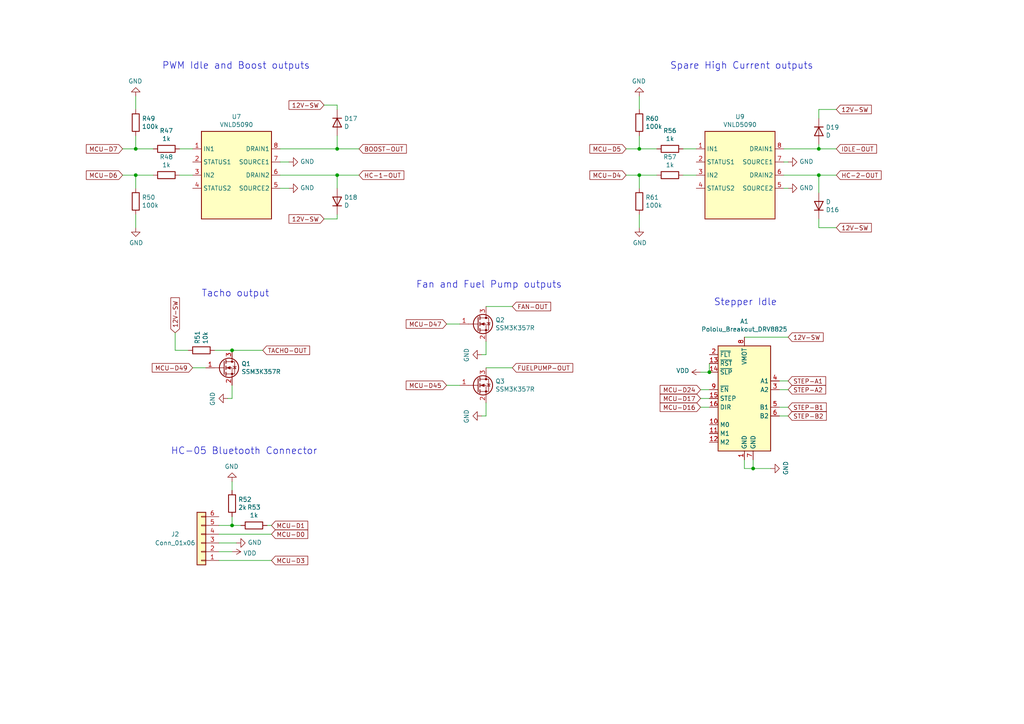
<source format=kicad_sch>
(kicad_sch (version 20210621) (generator eeschema)
  (paper "A4")
  (lib_symbols
    (symbol "Connector_Generic:Conn_01x06" (pin_names (offset 1.016) hide)
      (property "Reference" "J" (at 0 7.62 0))
      (property "Value" "Conn_01x06" (at 0 -10.16 0))
      (symbol "Conn_01x06_1_1"
        (rectangle (start -1.27 -7.493) (end 0 -7.747) (stroke (width 0.1524)))
        (rectangle (start -1.27 -4.953) (end 0 -5.207) (stroke (width 0.1524)))
        (rectangle (start -1.27 -2.413) (end 0 -2.667) (stroke (width 0.1524)))
        (rectangle (start -1.27 0.127) (end 0 -0.127) (stroke (width 0.1524)))
        (rectangle (start -1.27 2.667) (end 0 2.413) (stroke (width 0.1524)))
        (rectangle (start -1.27 5.207) (end 0 4.953) (stroke (width 0.1524)))
        (rectangle (start -1.27 6.35) (end 1.27 -8.89) (stroke (width 0.254)) (fill (type background)))
        (pin passive line (at -5.08 5.08 0) (length 3.81) (name "Pin_1") (number "1"))
        (pin passive line (at -5.08 2.54 0) (length 3.81) (name "Pin_2") (number "2"))
        (pin passive line (at -5.08 0 0) (length 3.81) (name "Pin_3") (number "3"))
        (pin passive line (at -5.08 -2.54 0) (length 3.81) (name "Pin_4") (number "4"))
        (pin passive line (at -5.08 -5.08 0) (length 3.81) (name "Pin_5") (number "5"))
        (pin passive line (at -5.08 -7.62 0) (length 3.81) (name "Pin_6") (number "6"))
      )
    )
    (symbol "Device:D" (pin_numbers hide) (pin_names (offset 1.016) hide)
      (property "Reference" "D" (at 0 2.54 0))
      (property "Value" "D" (at 0 -2.54 0))
      (symbol "D_0_1"
        (polyline (pts (xy -1.27 1.27) (xy -1.27 -1.27)) (stroke (width 0.254)))
        (polyline (pts (xy 1.27 0) (xy -1.27 0)))
        (polyline (pts (xy 1.27 1.27) (xy 1.27 -1.27) (xy -1.27 0) (xy 1.27 1.27)) (stroke (width 0.254)))
      )
      (symbol "D_1_1"
        (pin passive line (at -3.81 0 0) (length 2.54) (name "K") (number "1"))
        (pin passive line (at 3.81 0 180) (length 2.54) (name "A") (number "2"))
      )
    )
    (symbol "Device:R" (pin_numbers hide) (pin_names (offset 0))
      (property "Reference" "R" (at 2.032 0 90))
      (property "Value" "R" (at 0 0 90))
      (symbol "R_0_1"
        (rectangle (start -1.016 -2.54) (end 1.016 2.54) (stroke (width 0.254)))
      )
      (symbol "R_1_1"
        (pin passive line (at 0 3.81 270) (length 1.27) (name "~") (number "1"))
        (pin passive line (at 0 -3.81 90) (length 1.27) (name "~") (number "2"))
      )
    )
    (symbol "Driver_Motor:Pololu_Breakout_DRV8825"
      (property "Reference" "A" (at -2.54 16.51 0))
      (property "Value" "Pololu_Breakout_DRV8825" (at -2.54 13.97 0))
      (symbol "Pololu_Breakout_DRV8825_0_1"
        (rectangle (start 7.62 -17.78) (end -7.62 12.7) (stroke (width 0.254)) (fill (type background)))
      )
      (symbol "Pololu_Breakout_DRV8825_1_1"
        (pin power_in line (at 0 -20.32 90) (length 2.54) (name "GND") (number "1"))
        (pin input line (at -10.16 -10.16 0) (length 2.54) (name "M0") (number "10"))
        (pin input line (at -10.16 -12.7 0) (length 2.54) (name "M1") (number "11"))
        (pin input line (at -10.16 -15.24 0) (length 2.54) (name "M2") (number "12"))
        (pin input line (at -10.16 7.62 0) (length 2.54) (name "~{RST}") (number "13"))
        (pin input line (at -10.16 5.08 0) (length 2.54) (name "~{SLP}") (number "14"))
        (pin input line (at -10.16 -2.54 0) (length 2.54) (name "STEP") (number "15"))
        (pin input line (at -10.16 -5.08 0) (length 2.54) (name "DIR") (number "16"))
        (pin output line (at -10.16 10.16 0) (length 2.54) (name "~{FLT}") (number "2"))
        (pin output line (at 10.16 0 180) (length 2.54) (name "A2") (number "3"))
        (pin output line (at 10.16 2.54 180) (length 2.54) (name "A1") (number "4"))
        (pin output line (at 10.16 -5.08 180) (length 2.54) (name "B1") (number "5"))
        (pin output line (at 10.16 -7.62 180) (length 2.54) (name "B2") (number "6"))
        (pin power_in line (at 2.54 -20.32 90) (length 2.54) (name "GND") (number "7"))
        (pin power_in line (at 0 15.24 270) (length 2.54) (name "VMOT") (number "8"))
        (pin input line (at -10.16 0 0) (length 2.54) (name "~{EN}") (number "9"))
      )
    )
    (symbol "IC_Automotive:VNLD5090"
      (property "Reference" "U" (at -7.62 11.43 0))
      (property "Value" "IC_Automotive_VNLD5090" (at 12.7 11.43 0))
      (symbol "VNLD5090_0_1"
        (rectangle (start -7.62 -15.24) (end 12.7 10.16) (stroke (width 0.254)) (fill (type background)))
      )
      (symbol "VNLD5090_1_1"
        (pin input line (at -10.16 5.08 0) (length 2.54) (name "IN1") (number "1"))
        (pin output line (at -10.16 1.27 0) (length 2.54) (name "STATUS1") (number "2"))
        (pin input line (at -10.16 -2.54 0) (length 2.54) (name "IN2") (number "3"))
        (pin output line (at -10.16 -6.35 0) (length 2.54) (name "STATUS2") (number "4"))
        (pin input line (at 15.24 -6.35 180) (length 2.54) (name "SOURCE2") (number "5"))
        (pin output line (at 15.24 -2.54 180) (length 2.54) (name "DRAIN2") (number "6"))
        (pin input line (at 15.24 1.27 180) (length 2.54) (name "SOURCE1") (number "7"))
        (pin output line (at 15.24 5.08 180) (length 2.54) (name "DRAIN1") (number "8"))
      )
    )
    (symbol "Transistor_FET:2N7002" (pin_names hide)
      (property "Reference" "Q" (at 5.08 1.905 0))
      (property "Value" "2N7002" (at 5.08 0 0))
      (symbol "2N7002_0_1"
        (polyline (pts (xy 0.254 0) (xy -2.54 0)))
        (polyline (pts (xy 0.254 1.905) (xy 0.254 -1.905)) (stroke (width 0.254)))
        (polyline (pts (xy 0.762 -1.27) (xy 0.762 -2.286)) (stroke (width 0.254)))
        (polyline (pts (xy 0.762 0.508) (xy 0.762 -0.508)) (stroke (width 0.254)))
        (polyline (pts (xy 0.762 2.286) (xy 0.762 1.27)) (stroke (width 0.254)))
        (polyline (pts (xy 2.54 2.54) (xy 2.54 1.778)))
        (polyline (pts (xy 2.54 -2.54) (xy 2.54 0) (xy 0.762 0)))
        (polyline (pts (xy 0.762 -1.778) (xy 3.302 -1.778) (xy 3.302 1.778) (xy 0.762 1.778)))
        (polyline (pts (xy 1.016 0) (xy 2.032 0.381) (xy 2.032 -0.381) (xy 1.016 0)) (fill (type outline)))
        (polyline (pts (xy 2.794 0.508) (xy 2.921 0.381) (xy 3.683 0.381) (xy 3.81 0.254)))
        (polyline (pts (xy 3.302 0.381) (xy 2.921 -0.254) (xy 3.683 -0.254) (xy 3.302 0.381)))
        (circle (center 1.651 0) (radius 2.794) (stroke (width 0.254)))
        (circle (center 2.54 -1.778) (radius 0.254) (fill (type outline)))
        (circle (center 2.54 1.778) (radius 0.254) (fill (type outline)))
      )
      (symbol "2N7002_1_1"
        (pin input line (at -5.08 0 0) (length 2.54) (name "G") (number "1"))
        (pin passive line (at 2.54 -5.08 90) (length 2.54) (name "S") (number "2"))
        (pin passive line (at 2.54 5.08 270) (length 2.54) (name "D") (number "3"))
      )
    )
    (symbol "power:GND" (power) (pin_names (offset 0))
      (property "Value" "GND" (at 0 -3.81 0))
      (symbol "GND_0_1"
        (polyline (pts (xy 0 0) (xy 0 -1.27) (xy 1.27 -1.27) (xy 0 -2.54) (xy -1.27 -1.27) (xy 0 -1.27)))
      )
      (symbol "GND_1_1"
        (pin power_in line (at 0 0 270) (length 0) hide (name "GND") (number "1"))
      )
    )
    (symbol "power:VDD" (power) (pin_names (offset 0))
      (property "Value" "VDD" (at 0 3.81 0))
      (symbol "VDD_0_1"
        (polyline (pts (xy -0.762 1.27) (xy 0 2.54)))
        (polyline (pts (xy 0 0) (xy 0 2.54)))
        (polyline (pts (xy 0 2.54) (xy 0.762 1.27)))
      )
      (symbol "VDD_1_1"
        (pin power_in line (at 0 0 90) (length 0) hide (name "VDD") (number "1"))
      )
    )
  )
  (junction (at 218.44 135.89))
  (junction (at 237.49 43.18))
  (junction (at 185.42 50.8))
  (junction (at 97.79 43.18))
  (junction (at 67.31 152.4))
  (junction (at 67.31 101.6))
  (junction (at 39.37 50.8))
  (junction (at 39.37 43.18))
  (junction (at 97.79 50.8))
  (junction (at 237.49 50.8))
  (junction (at 185.42 43.18))
  (junction (at 205.74 107.95))
  (wire (pts (xy 97.79 43.18) (xy 81.28 43.18)))
  (wire (pts (xy 185.42 62.23) (xy 185.42 66.04)))
  (wire (pts (xy 237.49 50.8) (xy 237.49 55.88)))
  (wire (pts (xy 67.31 139.7) (xy 67.31 142.24)))
  (wire (pts (xy 237.49 50.8) (xy 242.57 50.8)))
  (wire (pts (xy 228.6 113.03) (xy 226.06 113.03)))
  (wire (pts (xy 77.47 152.4) (xy 78.74 152.4)))
  (wire (pts (xy 181.61 43.18) (xy 185.42 43.18)))
  (wire (pts (xy 93.98 30.48) (xy 97.79 30.48)))
  (wire (pts (xy 227.33 43.18) (xy 237.49 43.18)))
  (wire (pts (xy 50.8 101.6) (xy 54.61 101.6)))
  (wire (pts (xy 63.5 162.56) (xy 78.74 162.56)))
  (wire (pts (xy 140.97 120.65) (xy 139.7 120.65)))
  (wire (pts (xy 181.61 50.8) (xy 185.42 50.8)))
  (wire (pts (xy 185.42 31.75) (xy 185.42 27.94)))
  (wire (pts (xy 104.14 43.18) (xy 97.79 43.18)))
  (wire (pts (xy 218.44 133.35) (xy 218.44 135.89)))
  (wire (pts (xy 81.28 46.99) (xy 83.82 46.99)))
  (wire (pts (xy 67.31 152.4) (xy 69.85 152.4)))
  (wire (pts (xy 55.88 106.68) (xy 59.69 106.68)))
  (wire (pts (xy 67.31 149.86) (xy 67.31 152.4)))
  (wire (pts (xy 97.79 39.37) (xy 97.79 43.18)))
  (wire (pts (xy 203.2 118.11) (xy 205.74 118.11)))
  (wire (pts (xy 39.37 62.23) (xy 39.37 66.04)))
  (wire (pts (xy 83.82 54.61) (xy 81.28 54.61)))
  (wire (pts (xy 237.49 66.04) (xy 242.57 66.04)))
  (wire (pts (xy 68.58 157.48) (xy 63.5 157.48)))
  (wire (pts (xy 97.79 50.8) (xy 97.79 54.61)))
  (wire (pts (xy 215.9 135.89) (xy 215.9 133.35)))
  (wire (pts (xy 97.79 50.8) (xy 104.14 50.8)))
  (wire (pts (xy 237.49 41.91) (xy 237.49 43.18)))
  (wire (pts (xy 62.23 101.6) (xy 67.31 101.6)))
  (wire (pts (xy 226.06 110.49) (xy 228.6 110.49)))
  (wire (pts (xy 67.31 111.76) (xy 67.31 115.57)))
  (wire (pts (xy 228.6 54.61) (xy 227.33 54.61)))
  (wire (pts (xy 203.2 113.03) (xy 205.74 113.03)))
  (wire (pts (xy 97.79 62.23) (xy 97.79 63.5)))
  (wire (pts (xy 35.56 43.18) (xy 39.37 43.18)))
  (wire (pts (xy 67.31 115.57) (xy 66.04 115.57)))
  (wire (pts (xy 50.8 96.52) (xy 50.8 101.6)))
  (wire (pts (xy 185.42 54.61) (xy 185.42 50.8)))
  (wire (pts (xy 198.12 43.18) (xy 201.93 43.18)))
  (wire (pts (xy 237.49 43.18) (xy 242.57 43.18)))
  (wire (pts (xy 237.49 31.75) (xy 237.49 34.29)))
  (wire (pts (xy 198.12 50.8) (xy 201.93 50.8)))
  (wire (pts (xy 140.97 88.9) (xy 148.59 88.9)))
  (wire (pts (xy 227.33 50.8) (xy 237.49 50.8)))
  (wire (pts (xy 129.54 111.76) (xy 133.35 111.76)))
  (wire (pts (xy 39.37 50.8) (xy 44.45 50.8)))
  (wire (pts (xy 237.49 31.75) (xy 242.57 31.75)))
  (wire (pts (xy 78.74 154.94) (xy 63.5 154.94)))
  (wire (pts (xy 237.49 66.04) (xy 237.49 63.5)))
  (wire (pts (xy 67.31 101.6) (xy 76.2 101.6)))
  (wire (pts (xy 97.79 30.48) (xy 97.79 31.75)))
  (wire (pts (xy 52.07 43.18) (xy 55.88 43.18)))
  (wire (pts (xy 39.37 39.37) (xy 39.37 43.18)))
  (wire (pts (xy 190.5 43.18) (xy 185.42 43.18)))
  (wire (pts (xy 97.79 63.5) (xy 93.98 63.5)))
  (wire (pts (xy 39.37 54.61) (xy 39.37 50.8)))
  (wire (pts (xy 205.74 107.95) (xy 205.74 105.41)))
  (wire (pts (xy 215.9 97.79) (xy 228.6 97.79)))
  (wire (pts (xy 35.56 50.8) (xy 39.37 50.8)))
  (wire (pts (xy 205.74 115.57) (xy 203.2 115.57)))
  (wire (pts (xy 185.42 50.8) (xy 190.5 50.8)))
  (wire (pts (xy 129.54 93.98) (xy 133.35 93.98)))
  (wire (pts (xy 44.45 43.18) (xy 39.37 43.18)))
  (wire (pts (xy 223.52 135.89) (xy 218.44 135.89)))
  (wire (pts (xy 52.07 50.8) (xy 55.88 50.8)))
  (wire (pts (xy 140.97 102.87) (xy 139.7 102.87)))
  (wire (pts (xy 81.28 50.8) (xy 97.79 50.8)))
  (wire (pts (xy 140.97 106.68) (xy 148.59 106.68)))
  (wire (pts (xy 39.37 31.75) (xy 39.37 27.94)))
  (wire (pts (xy 203.2 107.95) (xy 205.74 107.95)))
  (wire (pts (xy 140.97 99.06) (xy 140.97 102.87)))
  (wire (pts (xy 185.42 39.37) (xy 185.42 43.18)))
  (wire (pts (xy 227.33 46.99) (xy 228.6 46.99)))
  (wire (pts (xy 140.97 116.84) (xy 140.97 120.65)))
  (wire (pts (xy 228.6 120.65) (xy 226.06 120.65)))
  (wire (pts (xy 226.06 118.11) (xy 228.6 118.11)))
  (wire (pts (xy 218.44 135.89) (xy 215.9 135.89)))
  (wire (pts (xy 67.31 160.02) (xy 63.5 160.02)))
  (wire (pts (xy 63.5 152.4) (xy 67.31 152.4)))
  (text "Tacho output" (at 58.42 86.36 0) (effects (font (size 1.9812 1.9812)) (justify left bottom)))
  (text "Stepper Idle" (at 207.01 88.9 0) (effects (font (size 1.9812 1.9812)) (justify left bottom)))
  (text "PWM Idle and Boost outputs" (at 46.99 20.32 0) (effects (font (size 1.9812 1.9812)) (justify left bottom)))
  (text "Spare High Current outputs" (at 194.31 20.32 0) (effects (font (size 1.9812 1.9812)) (justify left bottom)))
  (text "Fan and Fuel Pump outputs" (at 120.65 83.82 0) (effects (font (size 1.9812 1.9812)) (justify left bottom)))
  (text "HC-05 Bluetooth Connector" (at 49.53 132.08 0) (effects (font (size 1.9812 1.9812)) (justify left bottom)))
  (global_label "MCU-D49" (shape input) (at 55.88 106.68 180) (property "Intersheet References" "${INTERSHEET_REFS}" (effects hide)))
  (global_label "STEP-A2" (shape input) (at 228.6 113.03 0) (property "Intersheet References" "${INTERSHEET_REFS}" (effects hide)))
  (global_label "12V-SW" (shape input) (at 242.57 66.04 0) (property "Intersheet References" "${INTERSHEET_REFS}" (effects hide)))
  (global_label "FUELPUMP-OUT" (shape input) (at 148.59 106.68 0) (property "Intersheet References" "${INTERSHEET_REFS}" (effects hide)))
  (global_label "MCU-D47" (shape input) (at 129.54 93.98 180) (property "Intersheet References" "${INTERSHEET_REFS}" (effects hide)))
  (global_label "FAN-OUT" (shape input) (at 148.59 88.9 0) (property "Intersheet References" "${INTERSHEET_REFS}" (effects hide)))
  (global_label "12V-SW" (shape input) (at 50.8 96.52 90) (property "Intersheet References" "${INTERSHEET_REFS}" (effects hide)))
  (global_label "BOOST-OUT" (shape input) (at 104.14 43.18 0) (property "Intersheet References" "${INTERSHEET_REFS}" (effects hide)))
  (global_label "12V-SW" (shape input) (at 242.57 31.75 0) (property "Intersheet References" "${INTERSHEET_REFS}" (effects hide)))
  (global_label "MCU-D4" (shape input) (at 181.61 50.8 180) (property "Intersheet References" "${INTERSHEET_REFS}" (effects hide)))
  (global_label "HC-2-OUT" (shape input) (at 242.57 50.8 0) (property "Intersheet References" "${INTERSHEET_REFS}" (effects hide)))
  (global_label "12V-SW" (shape input) (at 228.6 97.79 0) (property "Intersheet References" "${INTERSHEET_REFS}" (effects hide)))
  (global_label "MCU-D17" (shape input) (at 203.2 115.57 180) (property "Intersheet References" "${INTERSHEET_REFS}" (effects hide)))
  (global_label "12V-SW" (shape input) (at 93.98 63.5 180) (property "Intersheet References" "${INTERSHEET_REFS}" (effects hide)))
  (global_label "MCU-D7" (shape input) (at 35.56 43.18 180) (property "Intersheet References" "${INTERSHEET_REFS}" (effects hide)))
  (global_label "MCU-D16" (shape input) (at 203.2 118.11 180) (property "Intersheet References" "${INTERSHEET_REFS}" (effects hide)))
  (global_label "HC-1-OUT" (shape input) (at 104.14 50.8 0) (property "Intersheet References" "${INTERSHEET_REFS}" (effects hide)))
  (global_label "MCU-D45" (shape input) (at 129.54 111.76 180) (property "Intersheet References" "${INTERSHEET_REFS}" (effects hide)))
  (global_label "12V-SW" (shape input) (at 93.98 30.48 180) (property "Intersheet References" "${INTERSHEET_REFS}" (effects hide)))
  (global_label "IDLE-OUT" (shape input) (at 242.57 43.18 0) (property "Intersheet References" "${INTERSHEET_REFS}" (effects hide)))
  (global_label "STEP-B1" (shape input) (at 228.6 118.11 0) (property "Intersheet References" "${INTERSHEET_REFS}" (effects hide)))
  (global_label "MCU-D24" (shape input) (at 203.2 113.03 180) (property "Intersheet References" "${INTERSHEET_REFS}" (effects hide)))
  (global_label "STEP-B2" (shape input) (at 228.6 120.65 0) (property "Intersheet References" "${INTERSHEET_REFS}" (effects hide)))
  (global_label "MCU-D6" (shape input) (at 35.56 50.8 180) (property "Intersheet References" "${INTERSHEET_REFS}" (effects hide)))
  (global_label "MCU-D0" (shape input) (at 78.74 154.94 0) (property "Intersheet References" "${INTERSHEET_REFS}" (effects hide)))
  (global_label "MCU-D1" (shape input) (at 78.74 152.4 0) (property "Intersheet References" "${INTERSHEET_REFS}" (effects hide)))
  (global_label "MCU-D3" (shape input) (at 78.74 162.56 0) (property "Intersheet References" "${INTERSHEET_REFS}" (effects hide)))
  (global_label "TACHO-OUT" (shape input) (at 76.2 101.6 0) (property "Intersheet References" "${INTERSHEET_REFS}" (effects hide)))
  (global_label "STEP-A1" (shape input) (at 228.6 110.49 0) (property "Intersheet References" "${INTERSHEET_REFS}" (effects hide)))
  (global_label "MCU-D5" (shape input) (at 181.61 43.18 180) (property "Intersheet References" "${INTERSHEET_REFS}" (effects hide)))
  (symbol (lib_id "Device:D") (at 237.49 38.1 270) (unit 1)
    (property "Reference" "D19" (at 239.4966 36.9316 90) (effects (justify left)))
    (property "Value" "D" (at 239.4966 39.243 90) (effects (justify left)))
    (property "Footprint" "Diode_SMD:D_SOD-323" (effects hide))
    (property "Digikey Part Number" "1N4448WXTPMSCT-ND" (effects hide))
    (property "Manufacturer_Name" "MCC" (effects hide))
    (property "Manufacturer_Part_Number" "1N4448WX-TP" (effects hide))
    (property "URL" "https://www.digikey.com/product-detail/en/micro-commercial-co/1N4448WX-TP/1N4448WXTPMSCT-ND/789338" (effects hide))
  )
  (symbol (lib_id "IC_Automotive:VNLD5090") (at 66.04 48.26 0) (unit 1)
    (property "Reference" "U7" (at 68.58 33.8582 0))
    (property "Value" "VNLD5090" (at 68.58 36.1696 0))
    (property "Footprint" "Package_SO:SOIC-8_3.9x4.9mm_P1.27mm" (effects hide))
    (property "Datasheet" "https://www.st.com/resource/en/datasheet/vnld5090-e.pdf" (effects hide))
    (property "Manufacturer_Name" "STMicro" (effects hide))
    (property "Manufacturer_Part_Number" "VNLD5090-E" (effects hide))
    (property "URL" "https://www.digikey.com.au/products/en?keywords=VNLD5090-E" (effects hide))
    (property "Digikey Part Number" "497-18682-ND" (effects hide))
  )
  (symbol (lib_id "Device:R") (at 48.26 43.18 270) (unit 1)
    (property "Reference" "R47" (at 48.26 37.9222 90))
    (property "Value" "1k" (at 48.26 40.2336 90))
    (property "Footprint" "Resistor_SMD:R_0805_2012Metric" (effects hide))
    (property "Digikey Part Number" "311-1.00KCRCT-ND" (effects hide))
    (property "Manufacturer_Name" "Yageo" (effects hide))
    (property "Manufacturer_Part_Number" "RC0805FR-071KL" (effects hide))
    (property "URL" "https://www.digikey.com/product-detail/en/yageo/RC0805FR-071KL/311-1.00KCRCT-ND/730391" (effects hide))
  )
  (symbol (lib_id "Device:R") (at 48.26 50.8 270) (unit 1)
    (property "Reference" "R48" (at 48.26 45.5422 90))
    (property "Value" "1k" (at 48.26 47.8536 90))
    (property "Footprint" "Resistor_SMD:R_0805_2012Metric" (effects hide))
    (property "Digikey Part Number" "311-1.00KCRCT-ND" (effects hide))
    (property "Manufacturer_Name" "Yageo" (effects hide))
    (property "Manufacturer_Part_Number" "RC0805FR-071KL" (effects hide))
    (property "URL" "https://www.digikey.com/product-detail/en/yageo/RC0805FR-071KL/311-1.00KCRCT-ND/730391" (effects hide))
  )
  (symbol (lib_id "Device:R") (at 39.37 58.42 180) (unit 1)
    (property "Reference" "R50" (at 41.148 57.2516 0) (effects (justify right)))
    (property "Value" "100k" (at 41.148 59.563 0) (effects (justify right)))
    (property "Footprint" "Resistor_SMD:R_0805_2012Metric" (effects hide))
    (property "Digikey Part Number" "311-100KCRCT-ND" (effects hide))
    (property "Manufacturer_Name" "Yageo" (effects hide))
    (property "Manufacturer_Part_Number" "RC0805FR-07100KL" (effects hide))
    (property "URL" "https://www.digikey.com/product-detail/en/yageo/RC0805FR-07100KL/311-100KCRCT-ND/730491" (effects hide))
  )
  (symbol (lib_id "Device:R") (at 39.37 35.56 180) (unit 1)
    (property "Reference" "R49" (at 41.148 34.3916 0) (effects (justify right)))
    (property "Value" "100k" (at 41.148 36.703 0) (effects (justify right)))
    (property "Footprint" "Resistor_SMD:R_0805_2012Metric" (effects hide))
    (property "Digikey Part Number" "311-100KCRCT-ND" (effects hide))
    (property "Manufacturer_Name" "Yageo" (effects hide))
    (property "Manufacturer_Part_Number" "RC0805FR-07100KL" (effects hide))
    (property "URL" "https://www.digikey.com/product-detail/en/yageo/RC0805FR-07100KL/311-100KCRCT-ND/730491" (effects hide))
  )
  (symbol (lib_id "power:GND") (at 39.37 27.94 180) (unit 1)
    (property "Reference" "#PWR056" (effects hide))
    (property "Value" "GND" (at 39.243 23.5458 0))
  )
  (symbol (lib_id "power:GND") (at 39.37 66.04 0) (unit 1)
    (property "Reference" "#PWR057" (effects hide))
    (property "Value" "GND" (at 39.497 70.4342 0))
  )
  (symbol (lib_id "power:GND") (at 83.82 46.99 90) (unit 1)
    (property "Reference" "#PWR058" (effects hide))
    (property "Value" "GND" (at 87.0712 46.863 90) (effects (justify right)))
  )
  (symbol (lib_id "power:GND") (at 83.82 54.61 90) (unit 1)
    (property "Reference" "#PWR059" (effects hide))
    (property "Value" "GND" (at 87.0712 54.483 90) (effects (justify right)))
  )
  (symbol (lib_id "IC_Automotive:VNLD5090") (at 212.09 48.26 0) (unit 1)
    (property "Reference" "U9" (at 214.63 33.8582 0))
    (property "Value" "VNLD5090" (at 214.63 36.1696 0))
    (property "Footprint" "Package_SO:SOIC-8_3.9x4.9mm_P1.27mm" (effects hide))
    (property "Datasheet" "https://www.st.com/resource/en/datasheet/vnld5090-e.pdf" (effects hide))
    (property "Manufacturer_Name" "STMicro" (effects hide))
    (property "Manufacturer_Part_Number" "VNLD5090-E" (effects hide))
    (property "URL" "https://www.digikey.com.au/products/en?keywords=VNLD5090-E" (effects hide))
    (property "Digikey Part Number" "497-18682-ND" (effects hide))
  )
  (symbol (lib_id "Device:R") (at 194.31 43.18 270) (unit 1)
    (property "Reference" "R56" (at 194.31 37.9222 90))
    (property "Value" "1k" (at 194.31 40.2336 90))
    (property "Footprint" "Resistor_SMD:R_0805_2012Metric" (effects hide))
    (property "Digikey Part Number" "311-1.00KCRCT-ND" (effects hide))
    (property "Manufacturer_Name" "Yageo" (effects hide))
    (property "Manufacturer_Part_Number" "RC0805FR-071KL" (effects hide))
    (property "URL" "https://www.digikey.com/product-detail/en/yageo/RC0805FR-071KL/311-1.00KCRCT-ND/730391" (effects hide))
  )
  (symbol (lib_id "Device:R") (at 194.31 50.8 270) (unit 1)
    (property "Reference" "R57" (at 194.31 45.5422 90))
    (property "Value" "1k" (at 194.31 47.8536 90))
    (property "Footprint" "Resistor_SMD:R_0805_2012Metric" (effects hide))
    (property "Digikey Part Number" "311-1.00KCRCT-ND" (effects hide))
    (property "Manufacturer_Name" "Yageo" (effects hide))
    (property "Manufacturer_Part_Number" "RC0805FR-071KL" (effects hide))
    (property "URL" "https://www.digikey.com/product-detail/en/yageo/RC0805FR-071KL/311-1.00KCRCT-ND/730391" (effects hide))
  )
  (symbol (lib_id "Device:R") (at 185.42 58.42 180) (unit 1)
    (property "Reference" "R61" (at 187.198 57.2516 0) (effects (justify right)))
    (property "Value" "100k" (at 187.198 59.563 0) (effects (justify right)))
    (property "Footprint" "Resistor_SMD:R_0805_2012Metric" (effects hide))
    (property "Digikey Part Number" "311-100KCRCT-ND" (effects hide))
    (property "Manufacturer_Name" "Yageo" (effects hide))
    (property "Manufacturer_Part_Number" "RC0805FR-07100KL" (effects hide))
    (property "URL" "https://www.digikey.com/product-detail/en/yageo/RC0805FR-07100KL/311-100KCRCT-ND/730491" (effects hide))
  )
  (symbol (lib_id "Device:R") (at 185.42 35.56 180) (unit 1)
    (property "Reference" "R60" (at 187.198 34.3916 0) (effects (justify right)))
    (property "Value" "100k" (at 187.198 36.703 0) (effects (justify right)))
    (property "Footprint" "Resistor_SMD:R_0805_2012Metric" (effects hide))
    (property "Digikey Part Number" "311-100KCRCT-ND" (effects hide))
    (property "Manufacturer_Name" "Yageo" (effects hide))
    (property "Manufacturer_Part_Number" "RC0805FR-07100KL" (effects hide))
    (property "URL" "https://www.digikey.com/product-detail/en/yageo/RC0805FR-07100KL/311-100KCRCT-ND/730491" (effects hide))
  )
  (symbol (lib_id "power:GND") (at 185.42 27.94 180) (unit 1)
    (property "Reference" "#PWR065" (effects hide))
    (property "Value" "GND" (at 185.293 23.5458 0))
  )
  (symbol (lib_id "power:GND") (at 185.42 66.04 0) (unit 1)
    (property "Reference" "#PWR066" (effects hide))
    (property "Value" "GND" (at 185.547 70.4342 0))
  )
  (symbol (lib_id "power:GND") (at 228.6 46.99 90) (unit 1)
    (property "Reference" "#PWR069" (effects hide))
    (property "Value" "GND" (at 231.8512 46.863 90) (effects (justify right)))
  )
  (symbol (lib_id "power:GND") (at 228.6 54.61 90) (unit 1)
    (property "Reference" "#PWR070" (effects hide))
    (property "Value" "GND" (at 231.8512 54.483 90) (effects (justify right)))
  )
  (symbol (lib_id "Device:D") (at 97.79 58.42 90) (unit 1)
    (property "Reference" "D18" (at 99.7966 57.2516 90) (effects (justify right)))
    (property "Value" "D" (at 99.7966 59.563 90) (effects (justify right)))
    (property "Footprint" "Diode_SMD:D_SOD-323" (effects hide))
    (property "Digikey Part Number" "1N4448WXTPMSCT-ND" (effects hide))
    (property "Manufacturer_Name" "MCC" (effects hide))
    (property "Manufacturer_Part_Number" "1N4448WX-TP" (effects hide))
    (property "URL" "https://www.digikey.com/product-detail/en/micro-commercial-co/1N4448WX-TP/1N4448WXTPMSCT-ND/789338" (effects hide))
  )
  (symbol (lib_id "Device:D") (at 97.79 35.56 270) (unit 1)
    (property "Reference" "D17" (at 99.7966 34.3916 90) (effects (justify left)))
    (property "Value" "D" (at 99.7966 36.703 90) (effects (justify left)))
    (property "Footprint" "Diode_SMD:D_SOD-323" (effects hide))
    (property "Digikey Part Number" "1N4448WXTPMSCT-ND" (effects hide))
    (property "Manufacturer_Name" "MCC" (effects hide))
    (property "Manufacturer_Part_Number" "1N4448WX-TP" (effects hide))
    (property "URL" "https://www.digikey.com/product-detail/en/micro-commercial-co/1N4448WX-TP/1N4448WXTPMSCT-ND/789338" (effects hide))
  )
  (symbol (lib_id "Device:R") (at 58.42 101.6 270) (unit 1)
    (property "Reference" "R51" (at 57.2516 99.822 0) (effects (justify right)))
    (property "Value" "10k" (at 59.563 99.822 0) (effects (justify right)))
    (property "Footprint" "Resistor_SMD:R_0805_2012Metric" (effects hide))
    (property "Digikey Part Number" "311-10KARCT-ND" (effects hide))
    (property "Manufacturer_Name" "Yageo" (effects hide))
    (property "Manufacturer_Part_Number" "RC0805JR-0710KL" (effects hide))
    (property "URL" "https://www.digikey.com/product-detail/en/yageo/RC0805JR-0710KL/311-10KARCT-ND/731188" (effects hide))
  )
  (symbol (lib_id "Connector_Generic:Conn_01x06") (at 58.42 157.48 180) (unit 1)
    (property "Reference" "J2" (at 50.8 154.94 0))
    (property "Value" "Conn_01x06" (at 50.8 157.48 0))
    (property "Footprint" "Connector_PinHeader_2.54mm:PinHeader_1x06_P2.54mm_Vertical" (effects hide))
  )
  (symbol (lib_id "power:VDD") (at 67.31 160.02 270) (unit 1)
    (property "Reference" "#PWR061" (effects hide))
    (property "Value" "VDD" (at 70.5612 160.4518 90) (effects (justify left)))
  )
  (symbol (lib_id "power:GND") (at 68.58 157.48 90) (unit 1)
    (property "Reference" "#PWR062" (effects hide))
    (property "Value" "GND" (at 71.8312 157.353 90) (effects (justify right)))
  )
  (symbol (lib_id "Device:R") (at 73.66 152.4 270) (unit 1)
    (property "Reference" "R53" (at 73.66 147.1422 90))
    (property "Value" "1k" (at 73.66 149.4536 90))
    (property "Footprint" "Resistor_SMD:R_0805_2012Metric" (effects hide))
    (property "Digikey Part Number" "311-1.00KCRCT-ND" (effects hide))
    (property "Manufacturer_Name" "Yageo" (effects hide))
    (property "Manufacturer_Part_Number" "RC0805FR-071KL" (effects hide))
    (property "URL" "https://www.digikey.com/product-detail/en/yageo/RC0805FR-071KL/311-1.00KCRCT-ND/730391" (effects hide))
  )
  (symbol (lib_id "Device:R") (at 67.31 146.05 180) (unit 1)
    (property "Reference" "R52" (at 69.088 144.8816 0) (effects (justify right)))
    (property "Value" "2k" (at 69.088 147.193 0) (effects (justify right)))
    (property "Footprint" "Resistor_SMD:R_0805_2012Metric" (effects hide))
    (property "Digikey Part Number" "311-2.00KCRCT-ND" (effects hide))
    (property "Manufacturer_Name" "Yageo" (effects hide))
    (property "Manufacturer_Part_Number" "RC0805FR-072KL" (effects hide))
    (property "URL" "https://www.digikey.com/product-detail/en/yageo/RC0805FR-072KL/311-2.00KCRCT-ND/730611" (effects hide))
  )
  (symbol (lib_id "power:GND") (at 67.31 139.7 180) (unit 1)
    (property "Reference" "#PWR060" (effects hide))
    (property "Value" "GND" (at 67.183 135.3058 0))
  )
  (symbol (lib_id "Driver_Motor:Pololu_Breakout_DRV8825") (at 215.9 113.03 0) (unit 1)
    (property "Reference" "A1" (at 215.9 93.1926 0))
    (property "Value" "Pololu_Breakout_DRV8825" (at 215.9 95.504 0))
    (property "Footprint" "Module:Pololu_Breakout-16_15.2x20.3mm" (effects hide))
    (property "Datasheet" "https://www.pololu.com/product/2982" (effects hide))
  )
  (symbol (lib_id "power:GND") (at 223.52 135.89 90) (unit 1)
    (property "Reference" "#PWR0110" (effects hide))
    (property "Value" "GND" (at 227.9142 135.763 0))
  )
  (symbol (lib_id "power:VDD") (at 203.2 107.95 90) (unit 1)
    (property "Reference" "#PWR0111" (effects hide))
    (property "Value" "VDD" (at 199.9488 107.5182 90) (effects (justify left)))
  )
  (symbol (lib_id "Transistor_FET:2N7002") (at 64.77 106.68 0) (unit 1)
    (property "Reference" "Q1" (at 70.0024 105.5116 0) (effects (justify left)))
    (property "Value" "SSM3K357R" (at 70.0024 107.823 0) (effects (justify left)))
    (property "Footprint" "Package_TO_SOT_SMD:SOT-23" (effects hide))
    (property "Datasheet" "https://www.mouser.com/datasheet/2/408/SSM3K357R_datasheet_en_20180124-1316146.pdf" (effects hide))
    (property "Digikey Part Number" "SSM3K357RLFCT-ND " (effects hide))
    (property "Manufacturer_Name" "Toshiba" (effects hide))
    (property "Manufacturer_Part_Number" "SSM3K357R" (effects hide))
    (property "URL" "https://www.digikey.com.au/product-detail/en/toshiba-semiconductor-and-storage/SSM3K357RLF/SSM3K357RLFCT-ND/8611183" (effects hide))
  )
  (symbol (lib_id "Device:D") (at 237.49 59.69 270) (mirror x) (unit 1)
    (property "Reference" "D16" (at 239.4966 60.8584 90) (effects (justify left)))
    (property "Value" "D" (at 239.4966 58.547 90) (effects (justify left)))
    (property "Footprint" "Diode_SMD:D_SOD-323" (effects hide))
    (property "Digikey Part Number" "1N4448WXTPMSCT-ND" (effects hide))
    (property "Manufacturer_Name" "MCC" (effects hide))
    (property "Manufacturer_Part_Number" "1N4448WX-TP" (effects hide))
    (property "URL" "https://www.digikey.com/product-detail/en/micro-commercial-co/1N4448WX-TP/1N4448WXTPMSCT-ND/789338" (effects hide))
  )
  (symbol (lib_id "Transistor_FET:2N7002") (at 138.43 111.76 0) (unit 1)
    (property "Reference" "Q3" (at 143.6624 110.5916 0) (effects (justify left)))
    (property "Value" "SSM3K357R" (at 143.6624 112.903 0) (effects (justify left)))
    (property "Footprint" "Package_TO_SOT_SMD:SOT-23" (effects hide))
    (property "Datasheet" "https://www.mouser.com/datasheet/2/408/SSM3K357R_datasheet_en_20180124-1316146.pdf" (effects hide))
    (property "Digikey Part Number" "SSM3K357RLFCT-ND " (effects hide))
    (property "Manufacturer_Name" "Toshiba" (effects hide))
    (property "Manufacturer_Part_Number" "SSM3K357R" (effects hide))
    (property "URL" "https://www.digikey.com.au/product-detail/en/toshiba-semiconductor-and-storage/SSM3K357RLF/SSM3K357RLFCT-ND/8611183" (effects hide))
  )
  (symbol (lib_id "Transistor_FET:2N7002") (at 138.43 93.98 0) (unit 1)
    (property "Reference" "Q2" (at 143.6624 92.8116 0) (effects (justify left)))
    (property "Value" "SSM3K357R" (at 143.6624 95.123 0) (effects (justify left)))
    (property "Footprint" "Package_TO_SOT_SMD:SOT-23" (effects hide))
    (property "Datasheet" "https://www.mouser.com/datasheet/2/408/SSM3K357R_datasheet_en_20180124-1316146.pdf" (effects hide))
    (property "Digikey Part Number" "SSM3K357RLFCT-ND " (effects hide))
    (property "Manufacturer_Name" "Toshiba" (effects hide))
    (property "Manufacturer_Part_Number" "SSM3K357R" (effects hide))
    (property "URL" "https://www.digikey.com.au/product-detail/en/toshiba-semiconductor-and-storage/SSM3K357RLF/SSM3K357RLFCT-ND/8611183" (effects hide))
  )
  (symbol (lib_id "power:GND") (at 139.7 120.65 270) (unit 1)
    (property "Reference" "#PWR0112" (effects hide))
    (property "Value" "GND" (at 135.3058 120.777 0))
  )
  (symbol (lib_id "power:GND") (at 139.7 102.87 270) (unit 1)
    (property "Reference" "#PWR0113" (effects hide))
    (property "Value" "GND" (at 135.3058 102.997 0))
  )
  (symbol (lib_id "power:GND") (at 66.04 115.57 270) (unit 1)
    (property "Reference" "#PWR0114" (effects hide))
    (property "Value" "GND" (at 61.6458 115.697 0))
  )
)
</source>
